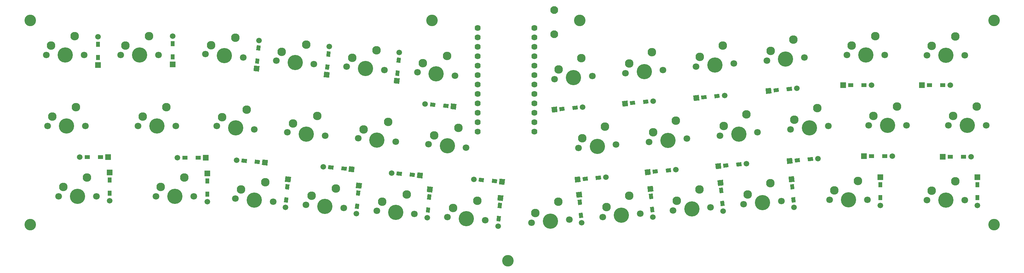
<source format=gts>
%TF.GenerationSoftware,KiCad,Pcbnew,(5.1.6-0-10_14)*%
%TF.CreationDate,2020-08-12T22:04:00+09:00*%
%TF.ProjectId,cool836,636f6f6c-3833-4362-9e6b-696361645f70,rev?*%
%TF.SameCoordinates,Original*%
%TF.FileFunction,Soldermask,Top*%
%TF.FilePolarity,Negative*%
%FSLAX46Y46*%
G04 Gerber Fmt 4.6, Leading zero omitted, Abs format (unit mm)*
G04 Created by KiCad (PCBNEW (5.1.6-0-10_14)) date 2020-08-12 22:04:00*
%MOMM*%
%LPD*%
G01*
G04 APERTURE LIST*
%ADD10C,1.624000*%
%ADD11C,3.100000*%
%ADD12C,1.800000*%
%ADD13C,4.100000*%
%ADD14C,2.300000*%
%ADD15R,1.050000X1.400000*%
%ADD16C,1.497000*%
%ADD17R,1.497000X1.497000*%
%ADD18C,0.100000*%
%ADD19R,1.400000X1.050000*%
%ADD20C,2.100000*%
G04 APERTURE END LIST*
D10*
%TO.C,U1*%
X171288600Y97978000D03*
X171288600Y95438000D03*
X171288600Y92898000D03*
X171288600Y90358000D03*
X171288600Y87818000D03*
X171288600Y85278000D03*
X171288600Y82738000D03*
X171288600Y80198000D03*
X171288600Y77658000D03*
X171288600Y75118000D03*
X171288600Y72578000D03*
X171288600Y70038000D03*
X186508600Y70038000D03*
X186508600Y72578000D03*
X186508600Y75118000D03*
X186508600Y77658000D03*
X186508600Y80198000D03*
X186508600Y82738000D03*
X186508600Y85278000D03*
X186508600Y87818000D03*
X186508600Y90358000D03*
X186508600Y92898000D03*
X186508600Y95438000D03*
X186508600Y97978000D03*
%TD*%
D11*
%TO.C,REF\u002A\u002A*%
X179400000Y35250000D03*
%TD*%
%TO.C,REF\u002A\u002A*%
X51000000Y45000000D03*
%TD*%
%TO.C,REF\u002A\u002A*%
X51000000Y100000000D03*
%TD*%
%TO.C,REF\u002A\u002A*%
X159000000Y100000000D03*
%TD*%
%TO.C,REF\u002A\u002A*%
X198725000Y100000000D03*
%TD*%
%TO.C,REF\u002A\u002A*%
X310000000Y45000000D03*
%TD*%
%TO.C,REF\u002A\u002A*%
X310000000Y100000000D03*
%TD*%
D12*
%TO.C,SW1*%
X65480000Y90700000D03*
X55320000Y90700000D03*
D13*
X60400000Y90700000D03*
D14*
X56590000Y93240000D03*
X62940000Y95780000D03*
%TD*%
%TO.C,SW7*%
X63340000Y76680000D03*
X56990000Y74140000D03*
D13*
X60800000Y71600000D03*
D12*
X55720000Y71600000D03*
X65880000Y71600000D03*
%TD*%
D15*
%TO.C,D1*%
X69200000Y93600000D03*
D16*
X69200000Y95635000D03*
D17*
X69200000Y88015000D03*
D15*
X69200000Y90050000D03*
%TD*%
%TO.C,D2*%
X89275000Y93750000D03*
D16*
X89275000Y95785000D03*
D17*
X89275000Y88165000D03*
D15*
X89275000Y90200000D03*
%TD*%
D18*
%TO.C,D3*%
G36*
X112791694Y91850153D02*
G01*
X111745690Y91941666D01*
X111867708Y93336339D01*
X112913712Y93244826D01*
X112791694Y91850153D01*
G37*
D16*
X112507063Y94620502D03*
D18*
G36*
X112523353Y86218610D02*
G01*
X111032049Y86349082D01*
X111162521Y87840386D01*
X112653825Y87709914D01*
X112523353Y86218610D01*
G37*
G36*
X112482292Y88313661D02*
G01*
X111436288Y88405174D01*
X111558306Y89799847D01*
X112604310Y89708334D01*
X112482292Y88313661D01*
G37*
%TD*%
%TO.C,D4*%
G36*
X131616694Y90225153D02*
G01*
X130570690Y90316666D01*
X130692708Y91711339D01*
X131738712Y91619826D01*
X131616694Y90225153D01*
G37*
D16*
X131332063Y92995502D03*
D18*
G36*
X131348353Y84593610D02*
G01*
X129857049Y84724082D01*
X129987521Y86215386D01*
X131478825Y86084914D01*
X131348353Y84593610D01*
G37*
G36*
X131307292Y86688661D02*
G01*
X130261288Y86780174D01*
X130383306Y88174847D01*
X131429310Y88083334D01*
X131307292Y86688661D01*
G37*
%TD*%
%TO.C,D5*%
G36*
X150466694Y88575153D02*
G01*
X149420690Y88666666D01*
X149542708Y90061339D01*
X150588712Y89969826D01*
X150466694Y88575153D01*
G37*
D16*
X150182063Y91345502D03*
D18*
G36*
X150198353Y82943610D02*
G01*
X148707049Y83074082D01*
X148837521Y84565386D01*
X150328825Y84434914D01*
X150198353Y82943610D01*
G37*
G36*
X150157292Y85038661D02*
G01*
X149111288Y85130174D01*
X149233306Y86524847D01*
X150279310Y86433334D01*
X150157292Y85038661D01*
G37*
%TD*%
%TO.C,D6*%
G36*
X159924847Y77766694D02*
G01*
X159833334Y76720690D01*
X158438661Y76842708D01*
X158530174Y77888712D01*
X159924847Y77766694D01*
G37*
D16*
X157154498Y77482063D03*
D18*
G36*
X165556390Y77498353D02*
G01*
X165425918Y76007049D01*
X163934614Y76137521D01*
X164065086Y77628825D01*
X165556390Y77498353D01*
G37*
G36*
X163461339Y77457292D02*
G01*
X163369826Y76411288D01*
X161975153Y76533306D01*
X162066666Y77579310D01*
X163461339Y77457292D01*
G37*
%TD*%
D19*
%TO.C,D7*%
X69875000Y63200000D03*
D17*
X71910000Y63200000D03*
D16*
X64290000Y63200000D03*
D19*
X66325000Y63200000D03*
%TD*%
%TO.C,D8*%
X96150000Y63025000D03*
D17*
X98185000Y63025000D03*
D16*
X90565000Y63025000D03*
D19*
X92600000Y63025000D03*
%TD*%
D18*
%TO.C,D9*%
G36*
X112786339Y62357292D02*
G01*
X112694826Y61311288D01*
X111300153Y61433306D01*
X111391666Y62479310D01*
X112786339Y62357292D01*
G37*
G36*
X114881390Y62398353D02*
G01*
X114750918Y60907049D01*
X113259614Y61037521D01*
X113390086Y62528825D01*
X114881390Y62398353D01*
G37*
D16*
X106479498Y62382063D03*
D18*
G36*
X109249847Y62666694D02*
G01*
X109158334Y61620690D01*
X107763661Y61742708D01*
X107855174Y62788712D01*
X109249847Y62666694D01*
G37*
%TD*%
%TO.C,D10*%
G36*
X136086339Y60557292D02*
G01*
X135994826Y59511288D01*
X134600153Y59633306D01*
X134691666Y60679310D01*
X136086339Y60557292D01*
G37*
G36*
X138181390Y60598353D02*
G01*
X138050918Y59107049D01*
X136559614Y59237521D01*
X136690086Y60728825D01*
X138181390Y60598353D01*
G37*
D16*
X129779498Y60582063D03*
D18*
G36*
X132549847Y60866694D02*
G01*
X132458334Y59820690D01*
X131063661Y59942708D01*
X131155174Y60988712D01*
X132549847Y60866694D01*
G37*
%TD*%
%TO.C,D11*%
G36*
X154436339Y58882292D02*
G01*
X154344826Y57836288D01*
X152950153Y57958306D01*
X153041666Y59004310D01*
X154436339Y58882292D01*
G37*
G36*
X156531390Y58923353D02*
G01*
X156400918Y57432049D01*
X154909614Y57562521D01*
X155040086Y59053825D01*
X156531390Y58923353D01*
G37*
D16*
X148129498Y58907063D03*
D18*
G36*
X150899847Y59191694D02*
G01*
X150808334Y58145690D01*
X149413661Y58267708D01*
X149505174Y59313712D01*
X150899847Y59191694D01*
G37*
%TD*%
%TO.C,D12*%
G36*
X172974847Y57491694D02*
G01*
X172883334Y56445690D01*
X171488661Y56567708D01*
X171580174Y57613712D01*
X172974847Y57491694D01*
G37*
D16*
X170204498Y57207063D03*
D18*
G36*
X178606390Y57223353D02*
G01*
X178475918Y55732049D01*
X176984614Y55862521D01*
X177115086Y57353825D01*
X178606390Y57223353D01*
G37*
G36*
X176511339Y57182292D02*
G01*
X176419826Y56136288D01*
X175025153Y56258306D01*
X175116666Y57304310D01*
X176511339Y57182292D01*
G37*
%TD*%
D15*
%TO.C,D13*%
X72325000Y53475000D03*
D16*
X72325000Y51440000D03*
D17*
X72325000Y59060000D03*
D15*
X72325000Y57025000D03*
%TD*%
%TO.C,D14*%
X98575000Y53175000D03*
D16*
X98575000Y51140000D03*
D17*
X98575000Y58760000D03*
D15*
X98575000Y56725000D03*
%TD*%
D18*
%TO.C,D15*%
G36*
X119333306Y52374847D02*
G01*
X120379310Y52283334D01*
X120257292Y50888661D01*
X119211288Y50980174D01*
X119333306Y52374847D01*
G37*
D16*
X119617937Y49604498D03*
D18*
G36*
X119601647Y58006390D02*
G01*
X121092951Y57875918D01*
X120962479Y56384614D01*
X119471175Y56515086D01*
X119601647Y58006390D01*
G37*
G36*
X119642708Y55911339D02*
G01*
X120688712Y55819826D01*
X120566694Y54425153D01*
X119520690Y54516666D01*
X119642708Y55911339D01*
G37*
%TD*%
%TO.C,D16*%
G36*
X138383306Y50699847D02*
G01*
X139429310Y50608334D01*
X139307292Y49213661D01*
X138261288Y49305174D01*
X138383306Y50699847D01*
G37*
D16*
X138667937Y47929498D03*
D18*
G36*
X138651647Y56331390D02*
G01*
X140142951Y56200918D01*
X140012479Y54709614D01*
X138521175Y54840086D01*
X138651647Y56331390D01*
G37*
G36*
X138692708Y54236339D02*
G01*
X139738712Y54144826D01*
X139616694Y52750153D01*
X138570690Y52841666D01*
X138692708Y54236339D01*
G37*
%TD*%
%TO.C,D17*%
G36*
X157458306Y49649847D02*
G01*
X158504310Y49558334D01*
X158382292Y48163661D01*
X157336288Y48255174D01*
X157458306Y49649847D01*
G37*
D16*
X157742937Y46879498D03*
D18*
G36*
X157726647Y55281390D02*
G01*
X159217951Y55150918D01*
X159087479Y53659614D01*
X157596175Y53790086D01*
X157726647Y55281390D01*
G37*
G36*
X157767708Y53186339D02*
G01*
X158813712Y53094826D01*
X158691694Y51700153D01*
X157645690Y51791666D01*
X157767708Y53186339D01*
G37*
%TD*%
%TO.C,D18*%
G36*
X176742708Y50886339D02*
G01*
X177788712Y50794826D01*
X177666694Y49400153D01*
X176620690Y49491666D01*
X176742708Y50886339D01*
G37*
G36*
X176701647Y52981390D02*
G01*
X178192951Y52850918D01*
X178062479Y51359614D01*
X176571175Y51490086D01*
X176701647Y52981390D01*
G37*
D16*
X176717937Y44579498D03*
D18*
G36*
X176433306Y47349847D02*
G01*
X177479310Y47258334D01*
X177357292Y45863661D01*
X176311288Y45955174D01*
X176433306Y47349847D01*
G37*
%TD*%
%TO.C,D19*%
G36*
X193248420Y75590989D02*
G01*
X193156907Y76636993D01*
X194551580Y76759011D01*
X194643093Y75713007D01*
X193248420Y75590989D01*
G37*
G36*
X191192328Y75186750D02*
G01*
X191061856Y76678054D01*
X192553160Y76808526D01*
X192683632Y75317222D01*
X191192328Y75186750D01*
G37*
D16*
X199463748Y76661764D03*
D18*
G36*
X196784912Y75900391D02*
G01*
X196693399Y76946395D01*
X198088072Y77068413D01*
X198179585Y76022409D01*
X196784912Y75900391D01*
G37*
%TD*%
%TO.C,D20*%
G36*
X212230174Y77211288D02*
G01*
X212138661Y78257292D01*
X213533334Y78379310D01*
X213624847Y77333306D01*
X212230174Y77211288D01*
G37*
G36*
X210174082Y76807049D02*
G01*
X210043610Y78298353D01*
X211534914Y78428825D01*
X211665386Y76937521D01*
X210174082Y76807049D01*
G37*
D16*
X218445502Y78282063D03*
D18*
G36*
X215766666Y77520690D02*
G01*
X215675153Y78566694D01*
X217069826Y78688712D01*
X217161339Y77642708D01*
X215766666Y77520690D01*
G37*
%TD*%
%TO.C,D21*%
G36*
X231380174Y78736288D02*
G01*
X231288661Y79782292D01*
X232683334Y79904310D01*
X232774847Y78858306D01*
X231380174Y78736288D01*
G37*
G36*
X229324082Y78332049D02*
G01*
X229193610Y79823353D01*
X230684914Y79953825D01*
X230815386Y78462521D01*
X229324082Y78332049D01*
G37*
D16*
X237595502Y79807063D03*
D18*
G36*
X234916666Y79045690D02*
G01*
X234825153Y80091694D01*
X236219826Y80213712D01*
X236311339Y79167708D01*
X234916666Y79045690D01*
G37*
%TD*%
%TO.C,D22*%
G36*
X250805174Y80636288D02*
G01*
X250713661Y81682292D01*
X252108334Y81804310D01*
X252199847Y80758306D01*
X250805174Y80636288D01*
G37*
G36*
X248749082Y80232049D02*
G01*
X248618610Y81723353D01*
X250109914Y81853825D01*
X250240386Y80362521D01*
X248749082Y80232049D01*
G37*
D16*
X257020502Y81707063D03*
D18*
G36*
X254341666Y80945690D02*
G01*
X254250153Y81991694D01*
X255644826Y82113712D01*
X255736339Y81067708D01*
X254341666Y80945690D01*
G37*
%TD*%
D19*
%TO.C,D23*%
X271525000Y82550000D03*
D17*
X269490000Y82550000D03*
D16*
X277110000Y82550000D03*
D19*
X275075000Y82550000D03*
%TD*%
%TO.C,D24*%
X296225000Y82550000D03*
D16*
X298260000Y82550000D03*
D17*
X290640000Y82550000D03*
D19*
X292675000Y82550000D03*
%TD*%
D18*
%TO.C,D25*%
G36*
X203041666Y57045690D02*
G01*
X202950153Y58091694D01*
X204344826Y58213712D01*
X204436339Y57167708D01*
X203041666Y57045690D01*
G37*
D16*
X205720502Y57807063D03*
D18*
G36*
X197449082Y56332049D02*
G01*
X197318610Y57823353D01*
X198809914Y57953825D01*
X198940386Y56462521D01*
X197449082Y56332049D01*
G37*
G36*
X199505174Y56736288D02*
G01*
X199413661Y57782292D01*
X200808334Y57904310D01*
X200899847Y56858306D01*
X199505174Y56736288D01*
G37*
%TD*%
%TO.C,D26*%
G36*
X221859912Y59025391D02*
G01*
X221768399Y60071395D01*
X223163072Y60193413D01*
X223254585Y59147409D01*
X221859912Y59025391D01*
G37*
D16*
X224538748Y59786764D03*
D18*
G36*
X216267328Y58311750D02*
G01*
X216136856Y59803054D01*
X217628160Y59933526D01*
X217758632Y58442222D01*
X216267328Y58311750D01*
G37*
G36*
X218323420Y58715989D02*
G01*
X218231907Y59761993D01*
X219626580Y59884011D01*
X219718093Y58838007D01*
X218323420Y58715989D01*
G37*
%TD*%
%TO.C,D27*%
G36*
X240809912Y60650391D02*
G01*
X240718399Y61696395D01*
X242113072Y61818413D01*
X242204585Y60772409D01*
X240809912Y60650391D01*
G37*
D16*
X243488748Y61411764D03*
D18*
G36*
X235217328Y59936750D02*
G01*
X235086856Y61428054D01*
X236578160Y61558526D01*
X236708632Y60067222D01*
X235217328Y59936750D01*
G37*
G36*
X237273420Y60340989D02*
G01*
X237181907Y61386993D01*
X238576580Y61509011D01*
X238668093Y60463007D01*
X237273420Y60340989D01*
G37*
%TD*%
%TO.C,D28*%
G36*
X260016666Y62045690D02*
G01*
X259925153Y63091694D01*
X261319826Y63213712D01*
X261411339Y62167708D01*
X260016666Y62045690D01*
G37*
D16*
X262695502Y62807063D03*
D18*
G36*
X254424082Y61332049D02*
G01*
X254293610Y62823353D01*
X255784914Y62953825D01*
X255915386Y61462521D01*
X254424082Y61332049D01*
G37*
G36*
X256480174Y61736288D02*
G01*
X256388661Y62782292D01*
X257783334Y62904310D01*
X257874847Y61858306D01*
X256480174Y61736288D01*
G37*
%TD*%
D19*
%TO.C,D29*%
X280625000Y63475000D03*
D16*
X282660000Y63475000D03*
D17*
X275040000Y63475000D03*
D19*
X277075000Y63475000D03*
%TD*%
%TO.C,D30*%
X298250000Y63250000D03*
D17*
X296215000Y63250000D03*
D16*
X303835000Y63250000D03*
D19*
X301800000Y63250000D03*
%TD*%
D18*
%TO.C,D31*%
G36*
X198111288Y51669826D02*
G01*
X199157292Y51761339D01*
X199279310Y50366666D01*
X198233306Y50275153D01*
X198111288Y51669826D01*
G37*
G36*
X197707049Y53725918D02*
G01*
X199198353Y53856390D01*
X199328825Y52365086D01*
X197837521Y52234614D01*
X197707049Y53725918D01*
G37*
D16*
X199182063Y45454498D03*
D18*
G36*
X198420690Y48133334D02*
G01*
X199466694Y48224847D01*
X199588712Y46830174D01*
X198542708Y46738661D01*
X198420690Y48133334D01*
G37*
%TD*%
%TO.C,D32*%
G36*
X217265989Y53251580D02*
G01*
X218311993Y53343093D01*
X218434011Y51948420D01*
X217388007Y51856907D01*
X217265989Y53251580D01*
G37*
G36*
X216861750Y55307672D02*
G01*
X218353054Y55438144D01*
X218483526Y53946840D01*
X216992222Y53816368D01*
X216861750Y55307672D01*
G37*
D16*
X218336764Y47036252D03*
D18*
G36*
X217575391Y49715088D02*
G01*
X218621395Y49806601D01*
X218743413Y48411928D01*
X217697409Y48320415D01*
X217575391Y49715088D01*
G37*
%TD*%
%TO.C,D33*%
G36*
X236111288Y54869826D02*
G01*
X237157292Y54961339D01*
X237279310Y53566666D01*
X236233306Y53475153D01*
X236111288Y54869826D01*
G37*
G36*
X235707049Y56925918D02*
G01*
X237198353Y57056390D01*
X237328825Y55565086D01*
X235837521Y55434614D01*
X235707049Y56925918D01*
G37*
D16*
X237182063Y48654498D03*
D18*
G36*
X236420690Y51333334D02*
G01*
X237466694Y51424847D01*
X237588712Y50030174D01*
X236542708Y49938661D01*
X236420690Y51333334D01*
G37*
%TD*%
%TO.C,D34*%
G36*
X255211288Y55844826D02*
G01*
X256257292Y55936339D01*
X256379310Y54541666D01*
X255333306Y54450153D01*
X255211288Y55844826D01*
G37*
G36*
X254807049Y57900918D02*
G01*
X256298353Y58031390D01*
X256428825Y56540086D01*
X254937521Y56409614D01*
X254807049Y57900918D01*
G37*
D16*
X256282063Y49629498D03*
D18*
G36*
X255520690Y52308334D02*
G01*
X256566694Y52399847D01*
X256688712Y51005174D01*
X255642708Y50913661D01*
X255520690Y52308334D01*
G37*
%TD*%
D15*
%TO.C,D35*%
X279450000Y55775000D03*
D17*
X279450000Y57810000D03*
D16*
X279450000Y50190000D03*
D15*
X279450000Y52225000D03*
%TD*%
%TO.C,D36*%
X305575000Y55775000D03*
D17*
X305575000Y57810000D03*
D16*
X305575000Y50190000D03*
D15*
X305575000Y52225000D03*
%TD*%
D12*
%TO.C,SW2*%
X85480000Y90700000D03*
X75320000Y90700000D03*
D13*
X80400000Y90700000D03*
D14*
X76590000Y93240000D03*
X82940000Y95780000D03*
%TD*%
D12*
%TO.C,SW3*%
X108260669Y90057249D03*
X98139331Y90942751D03*
D13*
X103200000Y90500000D03*
D14*
X99625874Y93362398D03*
X106173086Y95339293D03*
%TD*%
D12*
%TO.C,SW4*%
X127260669Y88257249D03*
X117139331Y89142751D03*
D13*
X122200000Y88700000D03*
D14*
X118625874Y91562398D03*
X125173086Y93539293D03*
%TD*%
D12*
%TO.C,SW5*%
X146160669Y86657249D03*
X136039331Y87542751D03*
D13*
X141100000Y87100000D03*
D14*
X137525874Y89962398D03*
X144073086Y91939293D03*
%TD*%
D12*
%TO.C,SW6*%
X165160669Y85157249D03*
X155039331Y86042751D03*
D13*
X160100000Y85600000D03*
D14*
X156525874Y88462398D03*
X163073086Y90439293D03*
%TD*%
%TO.C,SW8*%
X87640000Y76680000D03*
X81290000Y74140000D03*
D13*
X85100000Y71600000D03*
D12*
X80020000Y71600000D03*
X90180000Y71600000D03*
%TD*%
D14*
%TO.C,SW9*%
X109173086Y75939293D03*
X102625874Y73962398D03*
D13*
X106200000Y71100000D03*
D12*
X101139331Y71542751D03*
X111260669Y70657249D03*
%TD*%
D14*
%TO.C,SW10*%
X128173086Y74239293D03*
X121625874Y72262398D03*
D13*
X125200000Y69400000D03*
D12*
X120139331Y69842751D03*
X130260669Y68957249D03*
%TD*%
D14*
%TO.C,SW11*%
X147173086Y72639293D03*
X140625874Y70662398D03*
D13*
X144200000Y67800000D03*
D12*
X139139331Y68242751D03*
X149260669Y67357249D03*
%TD*%
D14*
%TO.C,SW12*%
X166073086Y71039293D03*
X159525874Y69062398D03*
D13*
X163100000Y66200000D03*
D12*
X158039331Y66642751D03*
X168160669Y65757249D03*
%TD*%
%TO.C,SW13*%
X68780000Y52600000D03*
X58620000Y52600000D03*
D13*
X63700000Y52600000D03*
D14*
X59890000Y55140000D03*
X66240000Y57680000D03*
%TD*%
D12*
%TO.C,SW14*%
X94980000Y52600000D03*
X84820000Y52600000D03*
D13*
X89900000Y52600000D03*
D14*
X86090000Y55140000D03*
X92440000Y57680000D03*
%TD*%
D12*
%TO.C,SW15*%
X116260669Y51157249D03*
X106139331Y52042751D03*
D13*
X111200000Y51600000D03*
D14*
X107625874Y54462398D03*
X114173086Y56439293D03*
%TD*%
D12*
%TO.C,SW16*%
X135260669Y49457249D03*
X125139331Y50342751D03*
D13*
X130200000Y49900000D03*
D14*
X126625874Y52762398D03*
X133173086Y54739293D03*
%TD*%
D12*
%TO.C,SW17*%
X154260669Y47857249D03*
X144139331Y48742751D03*
D13*
X149200000Y48300000D03*
D14*
X145625874Y51162398D03*
X152173086Y53139293D03*
%TD*%
D12*
%TO.C,SW18*%
X173260669Y46157249D03*
X163139331Y47042751D03*
D13*
X168200000Y46600000D03*
D14*
X164625874Y49462398D03*
X171173086Y51439293D03*
%TD*%
%TO.C,SW19*%
X199087583Y89882045D03*
X192983123Y86798271D03*
D13*
X197000000Y84600000D03*
D12*
X191939331Y84157249D03*
X202060669Y85042751D03*
%TD*%
D14*
%TO.C,SW20*%
X218087583Y91482045D03*
X211983123Y88398271D03*
D13*
X216000000Y86200000D03*
D12*
X210939331Y85757249D03*
X221060669Y86642751D03*
%TD*%
D14*
%TO.C,SW21*%
X237087583Y93282045D03*
X230983123Y90198271D03*
D13*
X235000000Y88000000D03*
D12*
X229939331Y87557249D03*
X240060669Y88442751D03*
%TD*%
D14*
%TO.C,SW22*%
X256087583Y94882045D03*
X249983123Y91798271D03*
D13*
X254000000Y89600000D03*
D12*
X248939331Y89157249D03*
X259060669Y90042751D03*
%TD*%
D14*
%TO.C,SW23*%
X278140000Y95780000D03*
X271790000Y93240000D03*
D13*
X275600000Y90700000D03*
D12*
X270520000Y90700000D03*
X280680000Y90700000D03*
%TD*%
D14*
%TO.C,SW24*%
X299640000Y95680000D03*
X293290000Y93140000D03*
D13*
X297100000Y90600000D03*
D12*
X292020000Y90600000D03*
X302180000Y90600000D03*
%TD*%
%TO.C,SW25*%
X208460669Y66542751D03*
X198339331Y65657249D03*
D13*
X203400000Y66100000D03*
D14*
X199383123Y68298271D03*
X205487583Y71382045D03*
%TD*%
D12*
%TO.C,SW26*%
X227460669Y68142751D03*
X217339331Y67257249D03*
D13*
X222400000Y67700000D03*
D14*
X218383123Y69898271D03*
X224487583Y72982045D03*
%TD*%
D12*
%TO.C,SW27*%
X246460669Y69842751D03*
X236339331Y68957249D03*
D13*
X241400000Y69400000D03*
D14*
X237383123Y71598271D03*
X243487583Y74682045D03*
%TD*%
D12*
%TO.C,SW28*%
X265460669Y71542751D03*
X255339331Y70657249D03*
D13*
X260400000Y71100000D03*
D14*
X256383123Y73298271D03*
X262487583Y76382045D03*
%TD*%
D12*
%TO.C,SW29*%
X286480000Y71700000D03*
X276320000Y71700000D03*
D13*
X281400000Y71700000D03*
D14*
X277590000Y74240000D03*
X283940000Y76780000D03*
%TD*%
D12*
%TO.C,SW30*%
X307880000Y71700000D03*
X297720000Y71700000D03*
D13*
X302800000Y71700000D03*
D14*
X298990000Y74240000D03*
X305340000Y76780000D03*
%TD*%
%TO.C,SW31*%
X192887583Y51182045D03*
X186783123Y48098271D03*
D13*
X190800000Y45900000D03*
D12*
X185739331Y45457249D03*
X195860669Y46342751D03*
%TD*%
D14*
%TO.C,SW32*%
X211987583Y52782045D03*
X205883123Y49698271D03*
D13*
X209900000Y47500000D03*
D12*
X204839331Y47057249D03*
X214960669Y47942751D03*
%TD*%
D14*
%TO.C,SW33*%
X230887583Y54482045D03*
X224783123Y51398271D03*
D13*
X228800000Y49200000D03*
D12*
X223739331Y48757249D03*
X233860669Y49642751D03*
%TD*%
D14*
%TO.C,SW34*%
X249887583Y56182045D03*
X243783123Y53098271D03*
D13*
X247800000Y50900000D03*
D12*
X242739331Y50457249D03*
X252860669Y51342751D03*
%TD*%
D14*
%TO.C,SW35*%
X273440000Y56780000D03*
X267090000Y54240000D03*
D13*
X270900000Y51700000D03*
D12*
X265820000Y51700000D03*
X275980000Y51700000D03*
%TD*%
D14*
%TO.C,SW36*%
X299640000Y56680000D03*
X293290000Y54140000D03*
D13*
X297100000Y51600000D03*
D12*
X292020000Y51600000D03*
X302180000Y51600000D03*
%TD*%
D20*
%TO.C,SW37*%
X191825000Y96275000D03*
X191825000Y102775000D03*
%TD*%
M02*

</source>
